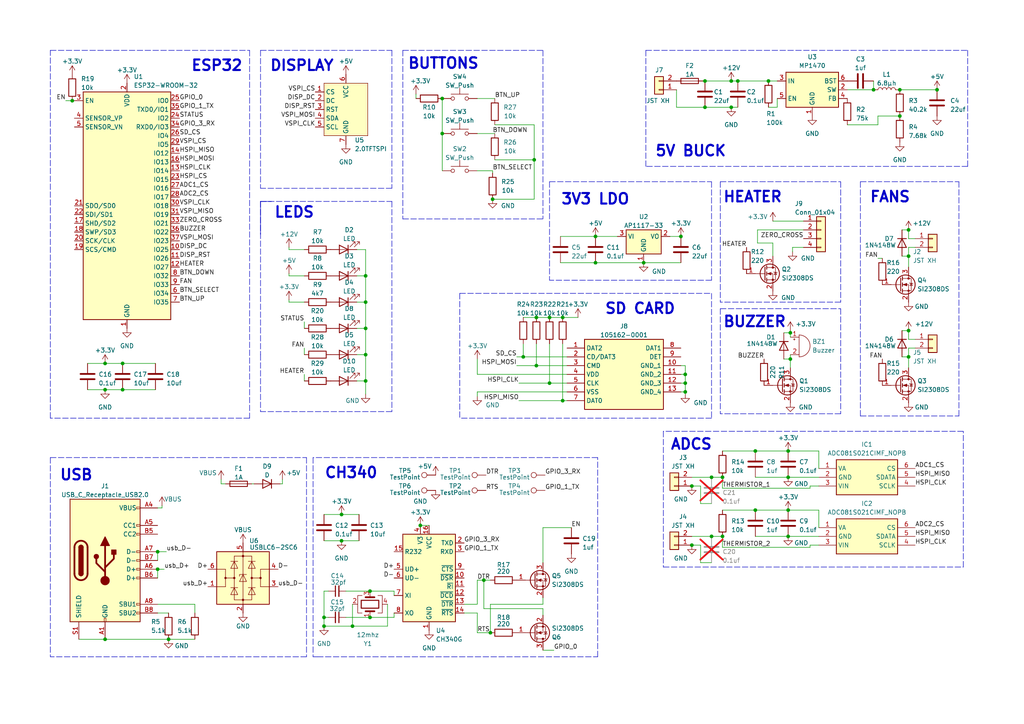
<source format=kicad_sch>
(kicad_sch (version 20230121) (generator eeschema)
  (paper "A4")
  (junction (at 154.94 46.355))
  (junction (at 140.335 168.275))
  (junction (at 200.66 158.115))
  (junction (at 48.895 185.42))
  (junction (at 106.045 110.49))
  (junction (at 106.045 80.01))
  (junction (at 198.755 108.585))
  (junction (at 228.6 130.81))
  (junction (at 212.09 23.495))
  (junction (at 99.06 149.225))
  (junction (at 212.09 31.115))
  (junction (at 204.47 23.495))
  (junction (at 99.06 156.845))
  (junction (at 106.045 87.63))
  (junction (at 209.55 155.575))
  (junction (at 107.315 179.07))
  (junction (at 209.55 138.43))
  (junction (at 107.315 171.45))
  (junction (at 186.69 76.2))
  (junction (at 228.6 155.575))
  (junction (at 204.47 31.115))
  (junction (at 93.98 179.07))
  (junction (at 45.72 160.02))
  (junction (at 198.755 111.125))
  (junction (at 263.525 103.505))
  (junction (at 45.72 165.1))
  (junction (at 142.24 183.515))
  (junction (at 206.375 138.43))
  (junction (at 260.985 33.655))
  (junction (at 155.575 92.075))
  (junction (at 271.78 26.035))
  (junction (at 155.575 106.045))
  (junction (at 106.045 95.25))
  (junction (at 263.525 66.675))
  (junction (at 229.235 96.52))
  (junction (at 159.385 92.075))
  (junction (at 200.66 140.97))
  (junction (at 228.6 138.43))
  (junction (at 229.235 104.14))
  (junction (at 30.48 185.42))
  (junction (at 219.075 147.955))
  (junction (at 197.485 68.58))
  (junction (at 35.56 105.41))
  (junction (at 260.985 26.035))
  (junction (at 30.48 113.03))
  (junction (at 121.92 152.4))
  (junction (at 222.885 23.495))
  (junction (at 263.525 95.885))
  (junction (at 151.765 103.505))
  (junction (at 198.755 113.665))
  (junction (at 93.98 181.61))
  (junction (at 106.045 102.87))
  (junction (at 159.385 111.125))
  (junction (at 228.6 147.955))
  (junction (at 163.195 116.205))
  (junction (at 263.525 74.295))
  (junction (at 102.235 181.61))
  (junction (at 172.72 76.2))
  (junction (at 35.56 113.03))
  (junction (at 206.375 155.575))
  (junction (at 213.995 23.495))
  (junction (at 163.195 92.075))
  (junction (at 142.875 57.785))
  (junction (at 128.27 38.735))
  (junction (at 20.955 29.21))
  (junction (at 172.72 68.58))
  (junction (at 253.365 26.035))
  (junction (at 219.075 130.81))
  (junction (at 128.27 28.575))
  (junction (at 30.48 105.41))
  (polyline (pts (xy 173.355 190.5) (xy 173.355 132.715)) (stroke (width 0) (type dash)))
  (wire (pts (xy 100.33 179.07) (xy 107.315 179.07)))
  (polyline (pts (xy 75.565 14.605) (xy 75.565 54.61)) (stroke (width 0) (type dash)))
  (wire (pts (xy 186.69 76.2) (xy 197.485 76.2)))
  (wire (pts (xy 93.98 171.45) (xy 95.25 171.45)))
  (wire (pts (xy 203.2 140.97) (xy 200.66 140.97)))
  (wire (pts (xy 197.485 111.125) (xy 198.755 111.125)))
  (wire (pts (xy 106.045 87.63) (xy 106.045 95.25)))
  (polyline (pts (xy 14.605 121.285) (xy 14.605 14.605)) (stroke (width 0) (type dash)))
  (wire (pts (xy 172.72 76.2) (xy 186.69 76.2)))
  (wire (pts (xy 196.215 31.115) (xy 204.47 31.115)))
  (wire (pts (xy 261.62 103.505) (xy 263.525 103.505)))
  (wire (pts (xy 83.82 72.39) (xy 83.82 71.755)))
  (wire (pts (xy 219.71 70.485) (xy 224.155 70.485)))
  (wire (pts (xy 83.82 87.63) (xy 83.82 86.995)))
  (wire (pts (xy 93.98 181.61) (xy 93.98 179.07)))
  (wire (pts (xy 93.98 156.845) (xy 99.06 156.845)))
  (wire (pts (xy 234.95 158.115) (xy 237.49 158.115)))
  (wire (pts (xy 198.755 106.045) (xy 198.755 108.585)))
  (wire (pts (xy 56.515 175.26) (xy 45.72 175.26)))
  (wire (pts (xy 138.43 177.8) (xy 138.43 183.515)))
  (wire (pts (xy 204.47 23.495) (xy 212.09 23.495)))
  (wire (pts (xy 229.87 71.755) (xy 233.045 71.755)))
  (polyline (pts (xy 113.665 58.42) (xy 113.665 102.87)) (stroke (width 0) (type dash)))
  (wire (pts (xy 46.99 146.685) (xy 46.99 147.32)))
  (wire (pts (xy 143.51 46.355) (xy 154.94 46.355)))
  (wire (pts (xy 106.045 102.87) (xy 106.045 95.25)))
  (wire (pts (xy 219.075 138.43) (xy 228.6 138.43)))
  (polyline (pts (xy 157.48 14.605) (xy 157.48 63.5)) (stroke (width 0) (type dash)))
  (wire (pts (xy 106.045 87.63) (xy 103.505 87.63)))
  (polyline (pts (xy 249.555 52.705) (xy 278.13 52.705)) (stroke (width 0) (type dash)))
  (wire (pts (xy 157.48 175.26) (xy 142.24 175.26)))
  (wire (pts (xy 155.575 106.045) (xy 164.465 106.045)))
  (wire (pts (xy 106.045 102.87) (xy 103.505 102.87)))
  (wire (pts (xy 234.95 141.605) (xy 234.95 140.97)))
  (wire (pts (xy 73.025 140.335) (xy 73.66 140.335)))
  (wire (pts (xy 263.525 98.425) (xy 265.43 98.425)))
  (wire (pts (xy 20.955 29.21) (xy 21.59 29.21)))
  (wire (pts (xy 154.94 46.355) (xy 154.94 57.785)))
  (polyline (pts (xy 75.565 58.42) (xy 113.665 58.42)) (stroke (width 0) (type dash)))
  (wire (pts (xy 88.265 72.39) (xy 83.82 72.39)))
  (polyline (pts (xy 113.665 54.61) (xy 75.565 54.61)) (stroke (width 0) (type dash)))
  (wire (pts (xy 151.765 92.075) (xy 155.575 92.075)))
  (wire (pts (xy 203.2 163.195) (xy 203.2 158.115)))
  (wire (pts (xy 172.72 68.58) (xy 179.07 68.58)))
  (polyline (pts (xy 206.375 121.285) (xy 133.35 121.285)) (stroke (width 0) (type dash)))
  (wire (pts (xy 65.405 140.335) (xy 64.135 140.335)))
  (wire (pts (xy 159.385 111.125) (xy 164.465 111.125)))
  (wire (pts (xy 149.86 106.045) (xy 155.575 106.045)))
  (wire (pts (xy 134.62 177.8) (xy 138.43 177.8)))
  (wire (pts (xy 142.875 49.53) (xy 142.875 50.165)))
  (polyline (pts (xy 88.9 132.715) (xy 88.9 190.5)) (stroke (width 0) (type dash)))
  (polyline (pts (xy 208.915 89.535) (xy 208.915 120.015)) (stroke (width 0) (type dash)))
  (wire (pts (xy 107.315 171.45) (xy 114.3 171.45)))
  (wire (pts (xy 93.98 149.225) (xy 99.06 149.225)))
  (wire (pts (xy 138.43 183.515) (xy 142.24 183.515)))
  (wire (pts (xy 22.86 185.42) (xy 30.48 185.42)))
  (wire (pts (xy 227.33 104.14) (xy 229.235 104.14)))
  (wire (pts (xy 261.62 74.295) (xy 263.525 74.295)))
  (polyline (pts (xy 75.565 58.42) (xy 75.565 102.87)) (stroke (width 0) (type dash)))
  (wire (pts (xy 203.2 146.05) (xy 203.2 140.97)))
  (wire (pts (xy 106.045 95.25) (xy 103.505 95.25)))
  (polyline (pts (xy 159.385 52.705) (xy 206.375 52.705)) (stroke (width 0) (type dash)))
  (wire (pts (xy 35.56 113.03) (xy 45.085 113.03)))
  (wire (pts (xy 228.6 155.575) (xy 237.49 155.575)))
  (wire (pts (xy 213.995 23.495) (xy 212.09 23.495)))
  (wire (pts (xy 263.525 100.965) (xy 265.43 100.965)))
  (wire (pts (xy 88.265 80.01) (xy 83.82 80.01)))
  (wire (pts (xy 263.525 71.755) (xy 265.43 71.755)))
  (wire (pts (xy 157.48 153.035) (xy 165.735 153.035)))
  (wire (pts (xy 128.27 38.735) (xy 128.27 49.53)))
  (wire (pts (xy 103.505 72.39) (xy 106.045 72.39)))
  (wire (pts (xy 263.525 77.47) (xy 263.525 74.295)))
  (wire (pts (xy 198.755 111.125) (xy 198.755 113.665)))
  (polyline (pts (xy 187.325 14.605) (xy 187.325 48.26)) (stroke (width 0) (type dash)))
  (wire (pts (xy 45.72 177.8) (xy 48.895 177.8)))
  (polyline (pts (xy 243.84 87.63) (xy 208.915 87.63)) (stroke (width 0) (type dash)))
  (wire (pts (xy 88.265 108.585) (xy 88.265 110.49)))
  (polyline (pts (xy 116.84 14.605) (xy 116.84 63.5)) (stroke (width 0) (type dash)))
  (wire (pts (xy 263.525 69.215) (xy 265.43 69.215)))
  (wire (pts (xy 206.375 163.195) (xy 203.2 163.195)))
  (polyline (pts (xy 88.9 190.5) (xy 14.605 190.5)) (stroke (width 0) (type dash)))
  (wire (pts (xy 222.885 23.495) (xy 225.425 23.495)))
  (polyline (pts (xy 243.84 89.535) (xy 243.84 120.015)) (stroke (width 0) (type dash)))
  (wire (pts (xy 237.49 147.955) (xy 237.49 153.035)))
  (wire (pts (xy 106.045 80.01) (xy 106.045 87.63)))
  (polyline (pts (xy 116.84 14.605) (xy 157.48 14.605)) (stroke (width 0) (type dash)))
  (wire (pts (xy 164.465 113.665) (xy 138.43 113.665)))
  (wire (pts (xy 263.525 103.505) (xy 263.525 100.965)))
  (wire (pts (xy 219.71 66.675) (xy 233.045 66.675)))
  (wire (pts (xy 120.65 27.305) (xy 120.65 28.575)))
  (wire (pts (xy 134.62 175.26) (xy 138.43 175.26)))
  (wire (pts (xy 224.155 64.135) (xy 233.045 64.135)))
  (wire (pts (xy 163.195 92.075) (xy 167.64 92.075)))
  (polyline (pts (xy 208.915 52.705) (xy 208.915 87.63)) (stroke (width 0) (type dash)))
  (polyline (pts (xy 279.4 164.465) (xy 279.4 125.095)) (stroke (width 0) (type dash)))
  (wire (pts (xy 157.48 173.355) (xy 157.48 175.26)))
  (wire (pts (xy 213.995 23.495) (xy 222.885 23.495)))
  (wire (pts (xy 255.905 74.93) (xy 254.635 74.93)))
  (wire (pts (xy 157.48 188.595) (xy 160.655 188.595)))
  (polyline (pts (xy 72.39 14.605) (xy 72.39 121.285)) (stroke (width 0) (type dash)))
  (polyline (pts (xy 206.375 85.09) (xy 206.375 121.285)) (stroke (width 0) (type dash)))
  (wire (pts (xy 198.755 108.585) (xy 198.755 111.125)))
  (wire (pts (xy 99.06 156.845) (xy 104.14 156.845)))
  (wire (pts (xy 138.43 175.26) (xy 138.43 168.275)))
  (wire (pts (xy 261.62 66.675) (xy 263.525 66.675)))
  (wire (pts (xy 150.495 116.205) (xy 163.195 116.205)))
  (wire (pts (xy 25.4 113.03) (xy 30.48 113.03)))
  (wire (pts (xy 229.87 73.025) (xy 229.87 71.755)))
  (wire (pts (xy 263.525 106.68) (xy 263.525 103.505)))
  (wire (pts (xy 19.05 29.21) (xy 20.955 29.21)))
  (wire (pts (xy 106.045 72.39) (xy 106.045 80.01)))
  (wire (pts (xy 229.235 96.52) (xy 229.235 95.885)))
  (polyline (pts (xy 173.355 132.715) (xy 90.805 132.715)) (stroke (width 0) (type dash)))
  (wire (pts (xy 140.335 176.53) (xy 140.335 168.275)))
  (wire (pts (xy 81.915 140.335) (xy 81.28 140.335)))
  (wire (pts (xy 162.56 76.2) (xy 172.72 76.2)))
  (wire (pts (xy 219.71 66.675) (xy 219.71 70.485)))
  (wire (pts (xy 206.375 146.05) (xy 203.2 146.05)))
  (wire (pts (xy 30.48 185.42) (xy 48.895 185.42)))
  (wire (pts (xy 203.835 23.495) (xy 204.47 23.495)))
  (wire (pts (xy 209.55 138.43) (xy 209.55 141.605)))
  (wire (pts (xy 112.395 175.26) (xy 112.395 181.61)))
  (wire (pts (xy 219.075 147.955) (xy 228.6 147.955)))
  (polyline (pts (xy 113.665 119.38) (xy 75.565 119.38)) (stroke (width 0) (type dash)))
  (wire (pts (xy 253.365 23.495) (xy 253.365 26.035)))
  (wire (pts (xy 48.26 160.02) (xy 45.72 160.02)))
  (wire (pts (xy 151.765 99.695) (xy 151.765 103.505)))
  (wire (pts (xy 88.265 93.345) (xy 88.265 95.25)))
  (polyline (pts (xy 14.605 132.715) (xy 88.9 132.715)) (stroke (width 0) (type dash)))
  (wire (pts (xy 200.66 138.43) (xy 206.375 138.43)))
  (wire (pts (xy 194.31 68.58) (xy 197.485 68.58)))
  (wire (pts (xy 197.485 106.045) (xy 198.755 106.045)))
  (polyline (pts (xy 206.375 52.705) (xy 206.375 81.28)) (stroke (width 0) (type dash)))
  (wire (pts (xy 222.885 31.115) (xy 225.425 31.115)))
  (wire (pts (xy 159.385 92.075) (xy 163.195 92.075)))
  (wire (pts (xy 155.575 99.695) (xy 155.575 106.045)))
  (wire (pts (xy 198.755 113.665) (xy 198.755 114.3)))
  (wire (pts (xy 157.48 176.53) (xy 140.335 176.53)))
  (wire (pts (xy 219.075 155.575) (xy 228.6 155.575)))
  (wire (pts (xy 35.56 105.41) (xy 45.085 105.41)))
  (wire (pts (xy 200.66 155.575) (xy 206.375 155.575)))
  (wire (pts (xy 245.745 26.035) (xy 253.365 26.035)))
  (polyline (pts (xy 113.665 102.87) (xy 113.665 119.38)) (stroke (width 0) (type dash)))
  (wire (pts (xy 124.46 152.4) (xy 121.92 152.4)))
  (wire (pts (xy 106.045 114.3) (xy 106.045 110.49)))
  (wire (pts (xy 229.235 102.87) (xy 229.235 104.14)))
  (polyline (pts (xy 249.555 52.705) (xy 249.555 120.65)) (stroke (width 0) (type dash)))
  (wire (pts (xy 219.075 130.81) (xy 228.6 130.81)))
  (wire (pts (xy 48.895 185.42) (xy 56.515 185.42)))
  (polyline (pts (xy 243.84 52.705) (xy 243.84 87.63)) (stroke (width 0) (type dash)))
  (wire (pts (xy 143.51 28.575) (xy 138.43 28.575)))
  (polyline (pts (xy 75.565 14.605) (xy 113.665 14.605)) (stroke (width 0) (type dash)))
  (wire (pts (xy 154.94 36.195) (xy 154.94 46.355)))
  (wire (pts (xy 209.55 147.955) (xy 219.075 147.955)))
  (wire (pts (xy 155.575 92.075) (xy 159.385 92.075)))
  (wire (pts (xy 102.235 181.61) (xy 93.98 181.61)))
  (wire (pts (xy 151.765 103.505) (xy 164.465 103.505)))
  (polyline (pts (xy 113.665 14.605) (xy 113.665 54.61)) (stroke (width 0) (type dash)))
  (polyline (pts (xy 14.605 132.715) (xy 14.605 190.5)) (stroke (width 0) (type dash)))
  (wire (pts (xy 159.385 99.695) (xy 159.385 111.125)))
  (polyline (pts (xy 280.67 14.605) (xy 280.67 48.26)) (stroke (width 0) (type dash)))
  (wire (pts (xy 229.235 96.52) (xy 229.235 97.79)))
  (polyline (pts (xy 208.915 52.705) (xy 243.84 52.705)) (stroke (width 0) (type dash)))
  (wire (pts (xy 149.86 103.505) (xy 151.765 103.505)))
  (wire (pts (xy 157.48 153.035) (xy 157.48 163.195)))
  (wire (pts (xy 45.72 160.02) (xy 45.72 162.56)))
  (wire (pts (xy 150.495 111.125) (xy 159.385 111.125)))
  (polyline (pts (xy 78.74 58.42) (xy 75.565 58.42)))
  (wire (pts (xy 30.48 105.41) (xy 35.56 105.41)))
  (wire (pts (xy 206.375 138.43) (xy 209.55 138.43)))
  (wire (pts (xy 138.43 168.275) (xy 140.335 168.275)))
  (wire (pts (xy 225.425 31.115) (xy 225.425 28.575)))
  (wire (pts (xy 88.265 100.965) (xy 88.265 102.87)))
  (wire (pts (xy 209.55 141.605) (xy 234.95 141.605)))
  (wire (pts (xy 103.505 80.01) (xy 106.045 80.01)))
  (wire (pts (xy 143.51 36.195) (xy 154.94 36.195)))
  (polyline (pts (xy 133.35 85.09) (xy 206.375 85.09)) (stroke (width 0) (type dash)))
  (wire (pts (xy 228.6 138.43) (xy 237.49 138.43)))
  (polyline (pts (xy 192.405 125.095) (xy 192.405 164.465)) (stroke (width 0) (type dash)))
  (wire (pts (xy 263.525 66.675) (xy 263.525 69.215)))
  (polyline (pts (xy 90.805 190.5) (xy 92.075 190.5)) (stroke (width 0) (type dash)))
  (wire (pts (xy 228.6 147.955) (xy 237.49 147.955)))
  (polyline (pts (xy 249.555 120.65) (xy 278.13 120.65)) (stroke (width 0) (type dash)))
  (wire (pts (xy 56.515 177.8) (xy 56.515 175.26)))
  (wire (pts (xy 204.47 31.115) (xy 212.09 31.115)))
  (wire (pts (xy 25.4 105.41) (xy 30.48 105.41)))
  (wire (pts (xy 47.625 165.1) (xy 45.72 165.1)))
  (wire (pts (xy 254.635 33.655) (xy 260.985 33.655)))
  (polyline (pts (xy 187.325 14.605) (xy 280.67 14.605)) (stroke (width 0) (type dash)))
  (wire (pts (xy 142.24 175.26) (xy 142.24 183.515)))
  (wire (pts (xy 100.33 171.45) (xy 107.315 171.45)))
  (wire (pts (xy 102.235 175.26) (xy 102.235 181.61)))
  (wire (pts (xy 95.25 179.07) (xy 93.98 179.07)))
  (wire (pts (xy 163.195 99.695) (xy 163.195 116.205)))
  (wire (pts (xy 83.82 80.01) (xy 83.82 79.375)))
  (wire (pts (xy 234.95 140.97) (xy 237.49 140.97)))
  (wire (pts (xy 263.525 74.295) (xy 263.525 71.755)))
  (wire (pts (xy 154.94 57.785) (xy 142.875 57.785)))
  (wire (pts (xy 234.95 158.75) (xy 234.95 158.115)))
  (wire (pts (xy 30.48 113.03) (xy 35.56 113.03)))
  (wire (pts (xy 93.98 179.07) (xy 93.98 171.45)))
  (polyline (pts (xy 243.84 120.015) (xy 208.915 120.015)) (stroke (width 0) (type dash)))
  (wire (pts (xy 209.55 155.575) (xy 209.55 158.75)))
  (polyline (pts (xy 279.4 125.095) (xy 192.405 125.095)) (stroke (width 0) (type dash)))
  (wire (pts (xy 138.43 104.14) (xy 138.43 108.585)))
  (polyline (pts (xy 92.075 190.5) (xy 173.355 190.5)) (stroke (width 0) (type dash)))
  (wire (pts (xy 206.375 155.575) (xy 209.55 155.575)))
  (wire (pts (xy 138.43 49.53) (xy 142.875 49.53)))
  (wire (pts (xy 227.33 96.52) (xy 229.235 96.52)))
  (wire (pts (xy 254.635 33.655) (xy 254.635 36.195)))
  (polyline (pts (xy 116.84 63.5) (xy 157.48 63.5)) (stroke (width 0) (type dash)))
  (polyline (pts (xy 72.39 121.285) (xy 14.605 121.285)) (stroke (width 0) (type dash)))
  (wire (pts (xy 261.62 95.885) (xy 263.525 95.885)))
  (wire (pts (xy 209.55 130.81) (xy 219.075 130.81)))
  (wire (pts (xy 197.485 108.585) (xy 198.755 108.585)))
  (wire (pts (xy 46.99 147.32) (xy 45.72 147.32)))
  (wire (pts (xy 138.43 113.665) (xy 138.43 114.935)))
  (wire (pts (xy 106.045 110.49) (xy 106.045 102.87)))
  (wire (pts (xy 138.43 38.735) (xy 143.51 38.735)))
  (wire (pts (xy 237.49 130.81) (xy 237.49 135.89)))
  (wire (pts (xy 162.56 68.58) (xy 172.72 68.58)))
  (wire (pts (xy 64.135 140.335) (xy 64.135 139.065)))
  (wire (pts (xy 157.48 178.435) (xy 157.48 176.53)))
  (wire (pts (xy 228.6 130.81) (xy 237.49 130.81)))
  (polyline (pts (xy 75.565 102.87) (xy 75.565 119.38)) (stroke (width 0) (type dash)))
  (wire (pts (xy 140.335 168.275) (xy 142.24 168.275)))
  (wire (pts (xy 163.195 116.205) (xy 164.465 116.205)))
  (polyline (pts (xy 75.565 58.42) (xy 75.565 67.945)))
  (wire (pts (xy 263.525 95.885) (xy 263.525 98.425)))
  (polyline (pts (xy 192.405 164.465) (xy 279.4 164.465)) (stroke (width 0) (type dash)))
  (wire (pts (xy 197.485 113.665) (xy 198.755 113.665)))
  (wire (pts (xy 81.915 139.065) (xy 81.915 140.335)))
  (polyline (pts (xy 278.13 120.65) (xy 278.13 52.705)) (stroke (width 0) (type dash)))
  (polyline (pts (xy 159.385 52.705) (xy 159.385 81.28)) (stroke (width 0) (type dash)))
  (wire (pts (xy 213.995 31.115) (xy 212.09 31.115)))
  (wire (pts (xy 224.155 70.485) (xy 224.155 74.295)))
  (polyline (pts (xy 14.605 14.605) (xy 72.39 14.605)) (stroke (width 0) (type dash)))
  (wire (pts (xy 128.27 38.735) (xy 128.27 28.575)))
  (wire (pts (xy 203.2 158.115) (xy 200.66 158.115)))
  (wire (pts (xy 254.635 36.195) (xy 245.745 36.195)))
  (wire (pts (xy 196.215 26.035) (xy 196.215 31.115)))
  (wire (pts (xy 229.235 104.14) (xy 229.235 106.68)))
  (polyline (pts (xy 90.805 132.715) (xy 90.805 190.5)) (stroke (width 0) (type dash)))
  (wire (pts (xy 114.3 177.8) (xy 114.3 179.07)))
  (wire (pts (xy 209.55 158.75) (xy 234.95 158.75)))
  (polyline (pts (xy 206.375 81.28) (xy 159.385 81.28)) (stroke (width 0) (type dash)))
  (polyline (pts (xy 208.915 89.535) (xy 243.84 89.535)) (stroke (width 0) (type dash)))
  (wire (pts (xy 138.43 108.585) (xy 164.465 108.585)))
  (wire (pts (xy 260.985 26.035) (xy 271.78 26.035)))
  (wire (pts (xy 114.3 179.07) (xy 107.315 179.07)))
  (wire (pts (xy 99.06 149.225) (xy 104.14 149.225)))
  (wire (pts (xy 106.045 110.49) (xy 103.505 110.49)))
  (polyline (pts (xy 133.35 85.09) (xy 133.35 121.285)) (stroke (width 0) (type dash)))
  (wire (pts (xy 45.72 165.1) (xy 45.72 167.64)))
  (wire (pts (xy 114.3 172.72) (xy 114.3 171.45)))
  (polyline (pts (xy 280.67 48.26) (xy 187.325 48.26)) (stroke (width 0) (type dash)))
  (wire (pts (xy 112.395 181.61) (xy 102.235 181.61)))
  (wire (pts (xy 88.265 87.63) (xy 83.82 87.63)))
  (text "ESP32" (at 55.245 20.955 0) (effects (font (size 3.048 3.048) (thickness 0.6096) bold) (justify left bottom)))
  (text "HEATER" (at 209.55 59.055 0) (effects (font (size 3.048 3.048) (thickness 0.6096) bold) (justify left bottom)))
  (text "5V BUCK" (at 189.865 45.72 0) (effects (font (size 3.048 3.048) (thickness 0.6096) bold) (justify left bottom)))
  (text "FANS\n" (at 252.095 59.055 0) (effects (font (size 3.048 3.048) (thickness 0.6096) bold) (justify left bottom)))
  (text "BUTTONS\n" (at 118.11 20.32 0) (effects (font (size 3.048 3.048) (thickness 0.6096) bold) (justify left bottom)))
  (text "BUZZER" (at 209.55 95.25 0) (effects (font (size 3.048 3.048) (thickness 0.6096) bold) (justify left bottom)))
  (text "CH340" (at 93.98 139.065 0) (effects (font (size 3.048 3.048) (thickness 0.6096) bold) (justify left bottom)))
  (text "SD CARD" (at 175.26 91.44 0) (effects (font (size 3.048 3.048) (thickness 0.6096) bold) (justify left bottom)))
  (text "DISPLAY" (at 78.105 20.955 0) (effects (font (size 3.048 3.048) (thickness 0.6096) bold) (justify left bottom)))
  (text "ADCS" (at 194.31 130.81 0) (effects (font (size 3.048 3.048) (thickness 0.6096) bold) (justify left bottom)))
  (text "LEDS" (at 79.375 63.5 0) (effects (font (size 3.048 3.048) (thickness 0.6096) bold) (justify left bottom)))
  (text "3V3 LDO" (at 162.56 59.69 0) (effects (font (size 3.048 3.048) (thickness 0.6096) bold) (justify left bottom)))
  (text "USB" (at 17.145 139.7 0) (effects (font (size 3.048 3.048) (thickness 0.6096) bold) (justify left bottom)))
  (label "STATUS" (at 52.07 34.29 0))
  (label "DTR" (at 140.97 137.795 0))
  (label "HSPI_MISO" (at 265.43 138.43 0))
  (label "ZERO_CROSS" (at 52.07 64.77 0))
  (label "ADC2_CS" (at 265.43 153.035 0))
  (label "GPIO_0" (at 52.07 29.21 0))
  (label "BTN_UP" (at 143.51 28.575 0))
  (label "HSPI_MOSI" (at 149.86 106.045 180))
  (label "HSPI_CLK" (at 265.43 158.115 0))
  (label "HSPI_MISO" (at 265.43 155.575 0))
  (label "GPIO_1_TX" (at 158.115 142.24 0))
  (label "usb_D-" (at 80.645 170.18 0))
  (label "HEATER" (at 216.535 71.755 180))
  (label "D+" (at 60.325 165.1 180))
  (label "SD_CS" (at 149.86 103.505 180))
  (label "GPIO_3_RX" (at 52.07 36.83 0))
  (label "EN" (at 165.735 153.035 0))
  (label "RTS" (at 138.43 183.515 0))
  (label "RTS" (at 140.97 142.24 0))
  (label "BTN_SELECT" (at 142.875 49.53 0))
  (label "HSPI_CLK" (at 265.43 140.97 0))
  (label "BTN_SELECT" (at 52.07 85.09 0))
  (label "D-" (at 80.645 165.1 0))
  (label "FAN" (at 52.07 82.55 0))
  (label "HSPI_CS" (at 52.07 52.07 0))
  (label "HSPI_MISO" (at 52.07 44.45 0))
  (label "VSPI_MOSI" (at 91.44 34.29 180))
  (label "DISP_DC" (at 91.44 29.21 180))
  (label "GPIO_1_TX" (at 134.62 160.02 0))
  (label "ADC1_CS" (at 52.07 54.61 0))
  (label "FAN" (at 255.905 104.14 180))
  (label "HSPI_CLK" (at 150.495 111.125 180))
  (label "usb_D-" (at 48.26 160.02 0))
  (label "BUZZER" (at 52.07 67.31 0))
  (label "HEATER" (at 52.07 77.47 0))
  (label "DTR" (at 138.43 168.275 0))
  (label "DISP_RST" (at 91.44 31.75 180))
  (label "GPIO_1_TX" (at 52.07 31.75 0))
  (label "VSPI_CS" (at 52.07 41.91 0))
  (label "D+" (at 114.3 165.1 180))
  (label "ZERO_CROSS" (at 233.045 69.215 180))
  (label "EN" (at 19.05 29.21 180))
  (label "FAN" (at 88.265 100.965 180))
  (label "VSPI_CS" (at 91.44 26.67 180))
  (label "HSPI_MOSI" (at 52.07 46.99 0))
  (label "HSPI_MISO" (at 150.495 116.205 180))
  (label "BTN_UP" (at 52.07 87.63 0))
  (label "SD_CS" (at 52.07 39.37 0))
  (label "DISP_DC" (at 52.07 72.39 0))
  (label "FAN" (at 254.635 74.93 180))
  (label "VSPI_CLK" (at 52.07 59.69 0))
  (label "ADC1_CS" (at 265.43 135.89 0))
  (label "usb_D+" (at 47.625 165.1 0))
  (label "VSPI_MOSI" (at 52.07 69.85 0))
  (label "THERMISTOR_1" (at 209.55 141.605 0))
  (label "VSPI_MISO" (at 52.07 62.23 0))
  (label "DISP_RST" (at 52.07 74.93 0))
  (label "usb_D+" (at 60.325 170.18 180))
  (label "ADC2_CS" (at 52.07 57.15 0))
  (label "BUZZER" (at 221.615 104.14 180))
  (label "HSPI_CLK" (at 52.07 49.53 0))
  (label "HEATER" (at 88.265 108.585 180))
  (label "BTN_DOWN" (at 142.875 38.735 0))
  (label "BTN_DOWN" (at 52.07 80.01 0))
  (label "VSPI_CLK" (at 91.44 36.83 180))
  (label "GPIO_3_RX" (at 134.62 157.48 0))
  (label "STATUS" (at 88.265 93.345 180))
  (label "GPIO_0" (at 160.655 188.595 0))
  (label "THERMISTOR_2" (at 209.55 158.75 0))
  (label "GPIO_3_RX" (at 158.115 137.795 0))
  (label "D-" (at 114.3 167.64 180))
  (symbol (lib_id "power:GND") (at 212.09 31.115 0) (unit 1)
    (property "Reference" "#PWR02" (effects hide))
    (property "Value" "GND" (at 212.09 36.195 0))
  )
  (symbol (lib_id "Device:R") (at 92.075 95.25 90) (unit 1)
    (property "Reference" "R20" (at 92.075 90.17 90))
    (property "Value" "10k" (at 92.075 92.71 90))
    (property "Footprint" "Resistor_SMD:R_0805_2012Metric_Pad1.20x1.40mm_HandSolder" (effects hide))
  )
  (symbol (lib_id "Device:R") (at 221.615 107.95 0) (unit 1)
    (property "Reference" "R11" (at 226.695 107.95 90))
    (property "Value" "220" (at 224.155 107.95 90))
    (property "Footprint" "Resistor_SMD:R_0805_2012Metric_Pad1.20x1.40mm_HandSolder" (effects hide))
  )
  (symbol (lib_id "Connector_Generic:Conn_01x02") (at 195.58 158.115 180) (unit 1)
    (property "Reference" "J4" (at 198.12 149.86 0))
    (property "Value" "JST XH" (at 198.12 152.4 0))
    (property "Footprint" "Connector_JST:JST_XH_B2B-XH-A_1x02_P2.50mm_Vertical" (effects hide))
  )
  (symbol (lib_id "power:GND") (at 165.735 160.655 0) (unit 1)
    (property "Reference" "#PWR049" (effects hide))
    (property "Value" "GND" (at 165.735 165.735 0))
  )
  (symbol (lib_id "power:GND") (at 224.155 84.455 0) (unit 1)
    (property "Reference" "#PWR048" (effects hide))
    (property "Value" "GND" (at 228.6 86.36 0))
  )
  (symbol (lib_id "Device:R") (at 146.05 168.275 90) (unit 1)
    (property "Reference" "R17" (at 146.05 163.83 90))
    (property "Value" "220" (at 146.05 165.735 90))
    (property "Footprint" "Resistor_SMD:R_0805_2012Metric_Pad1.20x1.40mm_HandSolder" (effects hide))
  )
  (symbol (lib_id "power:+5V") (at 83.82 79.375 0) (unit 1)
    (property "Reference" "#PWR028" (effects hide))
    (property "Value" "+5V" (at 83.82 75.565 0))
  )
  (symbol (lib_id "power:GND") (at 70.485 177.8 0) (unit 1)
    (property "Reference" "#PWR024" (effects hide))
    (property "Value" "GND" (at 70.485 181.61 0))
  )
  (symbol (lib_id "Device:R") (at 209.55 134.62 180) (unit 1)
    (property "Reference" "R14" (at 212.09 133.985 0) (effects (justify right)))
    (property "Value" "10k" (at 212.09 136.525 0) (effects (justify right)))
    (property "Footprint" "Resistor_SMD:R_0805_2012Metric_Pad1.20x1.40mm_HandSolder" (effects hide))
  )
  (symbol (lib_id "Connector_Generic:Conn_01x02") (at 270.51 69.215 0) (unit 1)
    (property "Reference" "J2" (at 264.795 73.025 0) (effects (justify left)))
    (property "Value" "JST XH" (at 264.795 75.565 0) (effects (justify left)))
    (property "Footprint" "Connector_JST:JST_XH_B2B-XH-A_1x02_P2.50mm_Vertical" (effects hide))
  )
  (symbol (lib_id "Device:C") (at 45.085 109.22 0) (unit 1)
    (property "Reference" "C18" (at 48.26 108.585 0) (effects (justify left)))
    (property "Value" "10uf" (at 48.26 111.125 0) (effects (justify left)))
    (property "Footprint" "Capacitor_SMD:C_0805_2012Metric_Pad1.18x1.45mm_HandSolder" (effects hide))
  )
  (symbol (lib_id "Device:C") (at 228.6 134.62 0) (unit 1)
    (property "Reference" "C7" (at 231.775 133.985 0) (effects (justify left)))
    (property "Value" "0.1uf" (at 231.775 136.525 0) (effects (justify left)))
    (property "Footprint" "Capacitor_SMD:C_0805_2012Metric_Pad1.18x1.45mm_HandSolder" (effects hide))
  )
  (symbol (lib_id "Switch:SW_Push") (at 133.35 49.53 0) (unit 1)
    (property "Reference" "SW2" (at 133.35 43.18 0))
    (property "Value" "SW_Push" (at 133.35 45.72 0))
    (property "Footprint" "Button_Switch_SMD:SW_SPST_TL3342" (effects hide))
  )
  (symbol (lib_id "Device:C_Small") (at 97.79 171.45 90) (mirror x) (unit 1)
    (property "Reference" "C14" (at 95.885 167.005 90) (effects (justify right)))
    (property "Value" "32pf" (at 95.885 168.91 90) (effects (justify right)))
    (property "Footprint" "Capacitor_SMD:C_0603_1608Metric_Pad1.08x0.95mm_HandSolder" (effects hide))
  )
  (symbol (lib_id "Device:C") (at 104.14 153.035 0) (unit 1)
    (property "Reference" "C13" (at 107.315 152.4 0) (effects (justify left)))
    (property "Value" "10uf" (at 107.315 154.94 0) (effects (justify left)))
    (property "Footprint" "Capacitor_SMD:C_0805_2012Metric_Pad1.18x1.45mm_HandSolder" (effects hide))
  )
  (symbol (lib_id "Device:Q_NMOS_GSD") (at 154.94 183.515 0) (mirror x) (unit 1)
    (property "Reference" "Q6" (at 160.02 184.785 0) (effects (justify left)))
    (property "Value" "SI2308DS" (at 160.02 182.245 0) (effects (justify left)))
    (property "Footprint" "Package_TO_SOT_SMD:SOT-23" (effects hide))
  )
  (symbol (lib_id "power:+3.3V") (at 224.155 64.135 0) (unit 1)
    (property "Reference" "#PWR047" (effects hide))
    (property "Value" "+3.3V" (at 219.71 62.865 0))
  )
  (symbol (lib_id "Connector:TestPoint") (at 140.97 137.795 90) (unit 1)
    (property "Reference" "TP1" (at 132.08 136.525 90))
    (property "Value" "TestPoint" (at 132.08 138.43 90))
    (property "Footprint" "TestPoint:TestPoint_Pad_2.0x2.0mm" (effects hide))
  )
  (symbol (lib_id "Device:Crystal_GND24") (at 107.315 175.26 90) (unit 1)
    (property "Reference" "Y1" (at 106.68 186.69 90))
    (property "Value" "12mhz" (at 106.68 184.15 90))
    (property "Footprint" "Crystal:Crystal_SMD_3225-4Pin_3.2x2.5mm" (effects hide))
  )
  (symbol (lib_id "Device:R") (at 151.765 95.885 180) (unit 1)
    (property "Reference" "R24" (at 149.86 88.265 0) (effects (justify right)))
    (property "Value" "10k" (at 149.86 90.805 0) (effects (justify right)))
    (property "Footprint" "Resistor_SMD:R_0805_2012Metric_Pad1.20x1.40mm_HandSolder" (effects hide))
  )
  (symbol (lib_id "power:GND") (at 106.045 114.3 0) (unit 1)
    (property "Reference" "#PWR043" (effects hide))
    (property "Value" "GND" (at 102.235 116.205 0))
  )
  (symbol (lib_id "Device:Fuse") (at 200.025 23.495 90) (unit 1)
    (property "Reference" "F2" (at 200.025 19.05 90))
    (property "Value" "1A" (at 200.025 21.59 90))
    (property "Footprint" "Fuse:Fuse_1206_3216Metric" (effects hide))
  )
  (symbol (lib_id "Device:R") (at 222.885 27.305 0) (unit 1)
    (property "Reference" "R1" (at 222.25 33.02 0) (effects (justify left)))
    (property "Value" "100k" (at 222.25 35.56 0) (effects (justify left)))
    (property "Footprint" "Resistor_SMD:R_0805_2012Metric_Pad1.20x1.40mm_HandSolder" (effects hide))
  )
  (symbol (lib_id "power:GND") (at 200.66 158.115 0) (unit 1)
    (property "Reference" "#PWR034" (effects hide))
    (property "Value" "GND" (at 197.485 161.925 0))
  )
  (symbol (lib_id "Device:R") (at 143.51 32.385 180) (unit 1)
    (property "Reference" "R27" (at 147.955 31.115 0))
    (property "Value" "10k" (at 147.955 33.655 0))
    (property "Footprint" "Resistor_SMD:R_0805_2012Metric_Pad1.20x1.40mm_HandSolder" (effects hide))
  )
  (symbol (lib_id "Connector:TestPoint") (at 126.365 142.24 90) (unit 1)
    (property "Reference" "TP6" (at 117.475 140.97 90))
    (property "Value" "TestPoint" (at 117.475 142.875 90))
    (property "Footprint" "TestPoint:TestPoint_Pad_2.0x2.0mm" (effects hide))
  )
  (symbol (lib_id "power:GND") (at 271.78 33.655 0) (unit 1)
    (property "Reference" "#PWR04" (effects hide))
    (property "Value" "GND" (at 271.78 38.735 0))
  )
  (symbol (lib_id "Device:C") (at 271.78 29.845 0) (unit 1)
    (property "Reference" "C4" (at 275.59 29.21 0) (effects (justify left)))
    (property "Value" "22uf" (at 275.59 31.75 0) (effects (justify left)))
    (property "Footprint" "Capacitor_SMD:C_1206_3216Metric_Pad1.33x1.80mm_HandSolder" (effects hide))
  )
  (symbol (lib_id "Device:C") (at 165.735 156.845 180) (unit 1)
    (property "Reference" "C19" (at 168.91 156.21 0) (effects (justify right)))
    (property "Value" "1uf" (at 168.91 158.75 0) (effects (justify right)))
    (property "Footprint" "Capacitor_SMD:C_0805_2012Metric_Pad1.18x1.45mm_HandSolder" (effects hide))
  )
  (symbol (lib_id "Device:Fuse") (at 69.215 140.335 90) (unit 1)
    (property "Reference" "F1" (at 69.215 135.89 90))
    (property "Value" "1A" (at 69.215 138.43 90))
    (property "Footprint" "Fuse:Fuse_1206_3216Metric" (effects hide))
  )
  (symbol (lib_id "Device:LED") (at 99.695 80.01 180) (unit 1)
    (property "Reference" "D3" (at 101.2825 74.295 0))
    (property "Value" "LED" (at 101.2825 76.835 0))
    (property "Footprint" "LED_SMD:LED_0805_2012Metric_Pad1.15x1.40mm_HandSolder" (effects hide))
  )
  (symbol (lib_id "Device:Q_NMOS_GSD") (at 260.985 82.55 0) (unit 1)
    (property "Reference" "Q4" (at 266.065 81.28 0) (effects (justify left)))
    (property "Value" "SI2308DS" (at 266.065 83.82 0) (effects (justify left)))
    (property "Footprint" "Package_TO_SOT_SMD:SOT-23" (effects hide))
  )
  (symbol (lib_id "Device:R") (at 163.195 95.885 180) (unit 1)
    (property "Reference" "R21" (at 161.29 88.265 0) (effects (justify right)))
    (property "Value" "10k" (at 161.29 90.805 0) (effects (justify right)))
    (property "Footprint" "Resistor_SMD:R_0805_2012Metric_Pad1.20x1.40mm_HandSolder" (effects hide))
  )
  (symbol (lib_id "Connector_Generic:Conn_01x02") (at 195.58 140.97 180) (unit 1)
    (property "Reference" "J3" (at 198.12 132.715 0))
    (property "Value" "JST XH" (at 198.12 135.255 0))
    (property "Footprint" "Connector_JST:JST_XH_B2B-XH-A_1x02_P2.50mm_Vertical" (effects hide))
  )
  (symbol (lib_id "Device:R") (at 143.51 42.545 180) (unit 1)
    (property "Reference" "R26" (at 147.955 41.275 0))
    (property "Value" "10k" (at 147.955 43.815 0))
    (property "Footprint" "Resistor_SMD:R_0805_2012Metric_Pad1.20x1.40mm_HandSolder" (effects hide))
  )
  (symbol (lib_id "Power_Protection:USBLC6-2SC6") (at 70.485 167.64 0) (unit 1)
    (property "Reference" "U6" (at 73.66 156.845 0))
    (property "Value" "USBLC6-2SC6" (at 79.375 158.75 0))
    (property "Footprint" "Package_TO_SOT_SMD:SOT-23-6" (effects hide))
    (property "Datasheet" "https://www.st.com/resource/en/datasheet/usblc6-2.pdf" (effects hide))
  )
  (symbol (lib_id "RF_Module:ESP32-WROOM-32") (at 36.83 59.69 0) (unit 1)
    (property "Reference" "U1" (at 38.7859 22.225 0) (effects (justify left)))
    (property "Value" "ESP32-WROOM-32" (at 38.7859 24.765 0) (effects (justify left)))
    (property "Footprint" "RF_Module:ESP32-WROOM-32" (effects hide))
    (property "Datasheet" "https://www.espressif.com/sites/default/files/documentation/esp32-wroom-32_datasheet_en.pdf" (effects hide))
  )
  (symbol (lib_id "power:+3.3V") (at 228.6 147.955 0) (unit 1)
    (property "Reference" "#PWR033" (effects hide))
    (property "Value" "+3.3V" (at 228.6 144.145 0))
  )
  (symbol (lib_id "power:GND") (at 48.895 185.42 0) (unit 1)
    (property "Reference" "#PWR010" (effects hide))
    (property "Value" "GND" (at 52.705 187.325 0))
  )
  (symbol (lib_id "Device:R") (at 92.075 110.49 90) (unit 1)
    (property "Reference" "R29" (at 92.075 105.41 90))
    (property "Value" "10k" (at 92.075 107.95 90))
    (property "Footprint" "Resistor_SMD:R_0805_2012Metric_Pad1.20x1.40mm_HandSolder" (effects hide))
  )
  (symbol (lib_id "Device:C") (at 219.075 151.765 0) (unit 1)
    (property "Reference" "C10" (at 222.25 151.13 0) (effects (justify left)))
    (property "Value" "1uf" (at 222.25 153.67 0) (effects (justify left)))
    (property "Footprint" "Capacitor_SMD:C_0805_2012Metric_Pad1.18x1.45mm_HandSolder" (effects hide))
  )
  (symbol (lib_id "Device:LED") (at 99.695 102.87 180) (unit 1)
    (property "Reference" "D5" (at 101.2825 97.155 0))
    (property "Value" "LED" (at 101.2825 99.695 0))
    (property "Footprint" "LED_SMD:LED_0805_2012Metric_Pad1.15x1.40mm_HandSolder" (effects hide))
  )
  (symbol (lib_id "power:GND") (at 228.6 138.43 0) (unit 1)
    (property "Reference" "#PWR042" (effects hide))
    (property "Value" "GND" (at 232.41 140.335 0))
  )
  (symbol (lib_id "power:GND") (at 142.875 57.785 0) (unit 1)
    (property "Reference" "#PWR057" (effects hide))
    (property "Value" "GND" (at 147.32 59.69 0))
  )
  (symbol (lib_id "power:GND") (at 30.48 113.03 0) (unit 1)
    (property "Reference" "#PWR046" (effects hide))
    (property "Value" "GND" (at 30.48 118.11 0))
  )
  (symbol (lib_id "Device:R") (at 155.575 95.885 180) (unit 1)
    (property "Reference" "R23" (at 153.67 88.265 0) (effects (justify right)))
    (property "Value" "10k" (at 153.67 90.805 0) (effects (justify right)))
    (property "Footprint" "Resistor_SMD:R_0805_2012Metric_Pad1.20x1.40mm_HandSolder" (effects hide))
  )
  (symbol (lib_id "power:+3.3V") (at 36.83 24.13 0) (unit 1)
    (property "Reference" "#PWR021" (effects hide))
    (property "Value" "+3.3V" (at 36.83 20.32 0))
  )
  (symbol (lib_id "Regulator_Linear:AP1117-33") (at 186.69 68.58 0) (unit 1)
    (property "Reference" "U2" (at 186.69 62.865 0))
    (property "Value" "AP1117-33" (at 186.69 65.405 0))
    (property "Footprint" "Package_TO_SOT_SMD:SOT-223-3_TabPin2" (effects hide))
    (property "Datasheet" "http://www.diodes.com/datasheets/AP1117.pdf" (effects hide))
  )
  (symbol (lib_id "Device:C") (at 35.56 109.22 0) (unit 1)
    (property "Reference" "C17" (at 38.735 108.585 0) (effects (justify left)))
    (property "Value" "10uf" (at 38.735 111.125 0) (effects (justify left)))
    (property "Footprint" "Capacitor_SMD:C_0805_2012Metric_Pad1.18x1.45mm_HandSolder" (effects hide))
  )
  (symbol (lib_id "Connector_Generic:Conn_01x02") (at 270.51 98.425 0) (unit 1)
    (property "Reference" "J5" (at 264.795 102.235 0) (effects (justify left)))
    (property "Value" "JST XH" (at 264.795 104.775 0) (effects (justify left)))
    (property "Footprint" "Connector_JST:JST_XH_B2B-XH-A_1x02_P2.50mm_Vertical" (effects hide))
  )
  (symbol (lib_id "Device:R") (at 146.05 183.515 90) (unit 1)
    (property "Reference" "R18" (at 146.05 179.07 90))
    (property "Value" "220" (at 146.05 180.975 90))
    (property "Footprint" "Resistor_SMD:R_0805_2012Metric_Pad1.20x1.40mm_HandSolder" (effects hide))
  )
  (symbol (lib_id "Device:R") (at 56.515 181.61 180) (unit 1)
    (property "Reference" "R6" (at 51.435 180.34 0) (effects (justify right)))
    (property "Value" "5.1k" (at 51.435 182.88 0) (effects (justify right)))
    (property "Footprint" "Resistor_SMD:R_0805_2012Metric_Pad1.20x1.40mm_HandSolder" (effects hide))
  )
  (symbol (lib_id "power:GND") (at 263.525 87.63 0) (unit 1)
    (property "Reference" "#PWR040" (effects hide))
    (property "Value" "GND" (at 267.335 88.9 0))
  )
  (symbol (lib_id "Device:LED") (at 99.695 95.25 180) (unit 1)
    (property "Reference" "D8" (at 101.2825 89.535 0))
    (property "Value" "LED" (at 101.2825 92.075 0))
    (property "Footprint" "LED_SMD:LED_0805_2012Metric_Pad1.15x1.40mm_HandSolder" (effects hide))
  )
  (symbol (lib_id "Diode:1N4148W") (at 261.62 70.485 270) (unit 1)
    (property "Reference" "D7" (at 256.54 69.215 90) (effects (justify left)))
    (property "Value" "1N4148W" (at 250.825 71.12 90) (effects (justify left)))
    (property "Footprint" "Diode_SMD:D_SOD-128" (effects hide))
    (property "Datasheet" "https://www.vishay.com/docs/85748/1n4148w.pdf" (effects hide))
  )
  (symbol (lib_id "power:+3.3V") (at 197.485 68.58 0) (unit 1)
    (property "Reference" "#PWR08" (effects hide))
    (property "Value" "+3.3V" (at 197.485 64.77 0))
  )
  (symbol (lib_id "power:VBUS") (at 70.485 157.48 0) (unit 1)
    (property "Reference" "#PWR023" (effects hide))
    (property "Value" "VBUS" (at 70.485 153.67 0))
  )
  (symbol (lib_id "Diode:1N4148W") (at 261.62 99.695 270) (unit 1)
    (property "Reference" "D6" (at 256.54 98.425 90) (effects (justify left)))
    (property "Value" "1N4148W" (at 250.825 100.33 90) (effects (justify left)))
    (property "Footprint" "Diode_SMD:D_SOD-128" (effects hide))
    (property "Datasheet" "https://www.vishay.com/docs/85748/1n4148w.pdf" (effects hide))
  )
  (symbol (lib_id "power:+3.3V") (at 121.92 152.4 0) (unit 1)
    (property "Reference" "#PWR016" (effects hide))
    (property "Value" "+3.3V" (at 121.92 148.59 0))
  )
  (symbol (lib_id "power:+5V") (at 81.915 139.065 0) (unit 1)
    (property "Reference" "#PWR026" (effects hide))
    (property "Value" "+5V" (at 85.09 137.16 0))
  )
  (symbol (lib_id "Device:Q_NMOS_GSD") (at 260.985 111.76 0) (unit 1)
    (property "Reference" "Q3" (at 266.065 110.49 0) (effects (justify left)))
    (property "Value" "SI2308DS" (at 266.065 113.03 0) (effects (justify left)))
    (property "Footprint" "Package_TO_SOT_SMD:SOT-23" (effects hide))
  )
  (symbol (lib_id "Regulator_Switching:MP1470") (at 235.585 26.035 0) (unit 1)
    (property "Reference" "U3" (at 235.585 16.51 0))
    (property "Value" "MP1470" (at 235.585 19.05 0))
    (property "Footprint" "Package_TO_SOT_SMD:TSOT-23-6" (effects hide))
    (property "Datasheet" "https://www.monolithicpower.com/pub/media/document/MP1470_r1.02.pdf" (effects hide))
  )
  (symbol (lib_id "power:+5V") (at 172.72 68.58 0) (unit 1)
    (property "Reference" "#PWR07" (effects hide))
    (property "Value" "+5V" (at 172.72 64.77 0))
  )
  (symbol (lib_id "Device:C") (at 204.47 27.305 0) (unit 1)
    (property "Reference" "C1" (at 207.01 26.67 0) (effects (justify left)))
    (property "Value" "22uf" (at 207.01 29.21 0) (effects (justify left)))
    (property "Footprint" "Capacitor_SMD:C_1206_3216Metric_Pad1.33x1.80mm_HandSolder" (effects hide))
  )
  (symbol (lib_id "power:GND") (at 99.06 156.845 0) (unit 1)
    (property "Reference" "#PWR017" (effects hide))
    (property "Value" "GND" (at 99.06 161.925 0))
  )
  (symbol (lib_id "Device:C") (at 162.56 72.39 0) (unit 1)
    (property "Reference" "C5" (at 165.735 71.755 0) (effects (justify left)))
    (property "Value" "22uf" (at 165.735 74.295 0) (effects (justify left)))
    (property "Footprint" "Capacitor_SMD:C_1206_3216Metric_Pad1.33x1.80mm_HandSolder" (effects hide))
  )
  (symbol (lib_id "power:+3.3V") (at 20.955 21.59 0) (unit 1)
    (property "Reference" "#PWR050" (effects hide))
    (property "Value" "+3.3V" (at 20.955 17.78 0))
  )
  (symbol (lib_id "power:GND") (at 200.66 140.97 0) (unit 1)
    (property "Reference" "#PWR035" (effects hide))
    (property "Value" "GND" (at 197.485 144.78 0))
  )
  (symbol (lib_id "Device:R") (at 124.46 28.575 90) (unit 1)
    (property "Reference" "R10" (at 124.46 31.115 90))
    (property "Value" "10k" (at 124.46 33.655 90))
    (property "Footprint" "Resistor_SMD:R_0805_2012Metric_Pad1.20x1.40mm_HandSolder" (effects hide))
  )
  (symbol (lib_id "Interface_USB:CH340G") (at 124.46 167.64 0) (unit 1)
    (property "Reference" "U4" (at 126.4159 182.88 0) (effects (justify left)))
    (property "Value" "CH340G" (at 126.4159 185.42 0) (effects (justify left)))
    (property "Footprint" "Package_SO:SOIC-16_3.9x9.9mm_P1.27mm" (effects hide))
    (property "Datasheet" "http://www.datasheet5.com/pdf-local-2195953" (effects hide))
  )
  (symbol (lib_id "Device:C") (at 206.375 159.385 0) (unit 1) (dnp yes)
    (property "Reference" "C20" (at 209.55 160.02 0) (effects (justify left)))
    (property "Value" "0.1uf" (at 209.55 162.56 0) (effects (justify left)))
    (property "Footprint" "Capacitor_SMD:C_0805_2012Metric_Pad1.18x1.45mm_HandSolder" (effects hide))
  )
  (symbol (lib_id "Device:R") (at 92.075 72.39 90) (unit 1)
    (property "Reference" "R7" (at 92.075 67.31 90))
    (property "Value" "10k" (at 92.075 69.85 90))
    (property "Footprint" "Resistor_SMD:R_0805_2012Metric_Pad1.20x1.40mm_HandSolder" (effects hide))
  )
  (symbol (lib_id "Device:LED") (at 99.695 72.39 180) (unit 1)
    (property "Reference" "D2" (at 101.2825 66.675 0))
    (property "Value" "LED" (at 101.2825 69.215 0))
    (property "Footprint" "LED_SMD:LED_0805_2012Metric_Pad1.15x1.40mm_HandSolder" (effects hide))
  )
  (symbol (lib_id "Connector:USB_C_Receptacle_USB2.0") (at 30.48 162.56 0) (unit 1)
    (property "Reference" "J1" (at 30.48 140.97 0))
    (property "Value" "USB_C_Receptacle_USB2.0" (at 30.48 143.51 0))
    (property "Footprint" "Connector_USB:USB_C_Receptacle_HRO_TYPE-C-31-M-12" (effects hide))
    (property "Datasheet" "https://www.usb.org/sites/default/files/documents/usb_type-c.zip" (effects hide))
  )
  (symbol (lib_id "Device:C") (at 197.485 72.39 0) (unit 1)
    (property "Reference" "C6" (at 200.66 71.755 0) (effects (justify left)))
    (property "Value" "22uf" (at 200.66 74.295 0) (effects (justify left)))
    (property "Footprint" "Capacitor_SMD:C_1206_3216Metric_Pad1.33x1.80mm_HandSolder" (effects hide))
  )
  (symbol (lib_id "power:+3.3V") (at 30.48 105.41 0) (unit 1)
    (property "Reference" "#PWR045" (effects hide))
    (property "Value" "+3.3V" (at 30.48 101.6 0))
  )
  (symbol (lib_id "power:+3.3V") (at 99.06 149.225 0) (unit 1)
    (property "Reference" "#PWR015" (effects hide))
    (property "Value" "+3.3V" (at 99.06 145.415 0))
  )
  (symbol (lib_id "power:GND") (at 124.46 182.88 0) (unit 1)
    (property "Reference" "#PWR014" (effects hide))
    (property "Value" "GND" (at 124.46 187.96 0))
  )
  (symbol (lib_id "Connector:TestPoint") (at 158.115 142.24 90) (unit 1)
    (property "Reference" "TP4" (at 149.225 140.97 90))
    (property "Value" "TestPoint" (at 149.225 142.875 90))
    (property "Footprint" "TestPoint:TestPoint_Pad_2.0x2.0mm" (effects hide))
  )
  (symbol (lib_id "power:GND") (at 235.585 33.655 0) (unit 1)
    (property "Reference" "#PWR03" (effects hide))
    (property "Value" "GND" (at 235.585 38.735 0))
  )
  (symbol (lib_id "Device:Q_NMOS_GSD") (at 221.615 79.375 0) (unit 1)
    (property "Reference" "Q2" (at 226.695 78.105 0) (effects (justify left)))
    (property "Value" "SI2308DS" (at 226.695 80.645 0) (effects (justify left)))
    (property "Footprint" "Package_TO_SOT_SMD:SOT-23" (effects hide))
  )
  (symbol (lib_id "Device:R") (at 159.385 95.885 180) (unit 1)
    (property "Reference" "R22" (at 157.48 88.265 0) (effects (justify right)))
    (property "Value" "10k" (at 157.48 90.805 0) (effects (justify right)))
    (property "Footprint" "Resistor_SMD:R_0805_2012Metric_Pad1.20x1.40mm_HandSolder" (effects hide))
  )
  (symbol (lib_id "power:+5V") (at 271.78 26.035 0) (unit 1)
    (property "Reference" "#PWR06" (effects hide))
    (property "Value" "+5V" (at 271.78 22.225 0))
  )
  (symbol (lib_id "SamacSys_Parts:ADC081S021CIMF_NOPB") (at 237.49 135.89 0) (unit 1)
    (property "Reference" "IC1" (at 251.46 128.905 0))
    (property "Value" "ADC081S021CIMF_NOPB" (at 251.46 131.445 0))
    (property "Footprint" "SamacSys_Parts:SOT95P280X145-6N" (effects hide))
    (property "Datasheet" "http://www.ti.com/lit/gpn/adc081s021" (effects hide))
    (property "Height" "1.45" (effects hide))
    (property "Mouser Part Number" "926-AD081S021CIMFNPB" (effects hide))
    (property "Mouser Price/Stock" "https://www.mouser.co.uk/ProductDetail/Texas-Instruments/ADC081S021CIMF-NOPB?qs=7X5t%252BdzoRHDvxR2oMTjDUA%3D%3D" (effects hide))
    (property "Manufacturer_Name" "Texas Instruments" (effects hide))
    (property "Manufacturer_Part_Number" "ADC081S021CIMF/NOPB" (effects hide))
  )
  (symbol (lib_id "power:+12V") (at 263.525 66.675 0) (unit 1)
    (property "Reference" "#PWR039" (effects hide))
    (property "Value" "+12V" (at 267.335 64.77 0))
  )
  (symbol (lib_id "power:GND") (at 186.69 76.2 0) (unit 1)
    (property "Reference" "#PWR09" (effects hide))
    (property "Value" "GND" (at 191.135 78.74 0))
  )
  (symbol (lib_id "Device:C") (at 93.98 153.035 0) (unit 1)
    (property "Reference" "C12" (at 97.155 152.4 0) (effects (justify left)))
    (property "Value" "0.1uf" (at 97.155 154.94 0) (effects (justify left)))
    (property "Footprint" "Capacitor_SMD:C_0805_2012Metric_Pad1.18x1.45mm_HandSolder" (effects hide))
  )
  (symbol (lib_id "Connector:TestPoint") (at 158.115 137.795 90) (unit 1)
    (property "Reference" "TP3" (at 149.225 136.525 90))
    (property "Value" "TestPoint" (at 149.225 138.43 90))
    (property "Footprint" "TestPoint:TestPoint_Pad_2.0x2.0mm" (effects hide))
  )
  (symbol (lib_id "power:GND") (at 93.98 181.61 0) (unit 1)
    (property "Reference" "#PWR022" (effects hide))
    (property "Value" "GND" (at 93.98 186.69 0))
  )
  (symbol (lib_id "Device:C") (at 206.375 142.24 0) (unit 1) (dnp yes)
    (property "Reference" "C21" (at 209.55 142.875 0) (effects (justify left)))
    (property "Value" "0.1uf" (at 209.55 145.415 0) (effects (justify left)))
    (property "Footprint" "Capacitor_SMD:C_0805_2012Metric_Pad1.18x1.45mm_HandSolder" (effects hide))
  )
  (symbol (lib_id "Device:Q_NMOS_GSD") (at 226.695 111.76 0) (unit 1)
    (property "Reference" "Q1" (at 231.775 110.49 0) (effects (justify left)))
    (property "Value" "SI2308DS" (at 231.775 113.03 0) (effects (justify left)))
    (property "Footprint" "Package_TO_SOT_SMD:SOT-23" (effects hide))
  )
  (symbol (lib_id "Device:C") (at 213.995 27.305 0) (unit 1)
    (property "Reference" "C2" (at 216.535 26.67 0) (effects (justify left)))
    (property "Value" "0.1uf" (at 216.535 29.21 0) (effects (justify left)))
    (property "Footprint" "Capacitor_SMD:C_0805_2012Metric_Pad1.18x1.45mm_HandSolder" (effects hide))
  )
  (symbol (lib_id "Device:R") (at 260.985 37.465 0) (unit 1)
    (property "Reference" "R4" (at 263.525 36.83 0) (effects (justify left)))
    (property "Value" "7.68k" (at 263.525 39.37 0) (effects (justify left)))
    (property "Footprint" "Resistor_SMD:R_0805_2012Metric_Pad1.20x1.40mm_HandSolder" (effects hide))
  )
  (symbol (lib_id "power:+5V") (at 126.365 137.795 0) (unit 1)
    (property "Reference" "#PWR056" (effects hide))
    (property "Value" "+5V" (at 123.19 135.255 0))
  )
  (symbol (lib_id "Diode:1N4148W") (at 227.33 100.33 270) (unit 1)
    (property "Reference" "D1" (at 222.25 97.79 90) (effects (justify left)))
    (property "Value" "1N4148W" (at 216.535 99.695 90) (effects (justify left)))
    (property "Footprint" "Diode_SMD:D_SOD-128" (effects hide))
    (property "Datasheet" "https://www.vishay.com/docs/85748/1n4148w.pdf" (effects hide))
  )
  (symbol (lib_id "power:GND") (at 198.755 114.3 0) (unit 1)
    (property "Reference" "#PWR044" (effects hide))
    (property "Value" "GND" (at 203.2 116.84 0))
  )
  (symbol (lib_id "power:GND") (at 126.365 142.24 0) (unit 1)
    (property "Reference" "#PWR054" (effects hide))
    (property "Value" "GND" (at 121.92 145.415 0))
  )
  (symbol (lib_id "power:GND") (at 100.33 41.91 0) (unit 1)
    (property "Reference" "#PWR018" (effects hide))
    (property "Value" "GND" (at 100.33 46.99 0))
  )
  (symbol (lib_id "power:GND") (at 229.235 116.84 0) (unit 1)
    (property "Reference" "#PWR032" (effects hide))
    (property "Value" "GND" (at 233.68 118.11 0))
  )
  (symbol (lib_id "Device:C") (at 25.4 109.22 0) (unit 1)
    (property "Reference" "C16" (at 28.575 108.585 0) (effects (justify left)))
    (property "Value" "0.1uf" (at 28.575 111.125 0) (effects (justify left)))
    (property "Footprint" "Capacitor_SMD:C_0805_2012Metric_Pad1.18x1.45mm_HandSolder" (effects hide))
  )
  (symbol (lib_id "power:+12V") (at 212.09 23.495 0) (unit 1)
    (property "Reference" "#PWR01" (effects hide))
    (property "Value" "+12V" (at 212.09 19.685 0))
  )
  (symbol (lib_id "power:GND") (at 36.83 95.25 0) (unit 1)
    (property "Reference" "#PWR020" (effects hide))
    (property "Value" "GND" (at 36.83 100.33 0))
  )
  (symbol (lib_id "Switch:SW_Push") (at 133.35 28.575 0) (unit 1)
    (property "Reference" "SW4" (at 133.35 22.225 0))
    (property "Value" "SW_Push" (at 133.35 24.765 0))
    (property "Footprint" "Button_Switch_SMD:SW_SPST_TL3342" (effects hide))
  )
  (symbol (lib_id "power:+3.3V") (at 228.6 130.81 0) (unit 1)
    (property "Reference" "#PWR036" (effects hide))
    (property "Value" "+3.3V" (at 228.6 127 0))
  )
  (symbol (lib_id "Device:R") (at 260.985 29.845 0) (unit 1)
    (property "Reference" "R3" (at 263.525 29.21 0) (effects (justify left)))
    (property "Value" "40.2k" (at 263.525 31.75 0) (effects (justify left)))
    (property "Footprint" "Resistor_SMD:R_0805_2012Metric_Pad1.20x1.40mm_HandSolder" (effects hide))
  )
  (symbol (lib_id "Connector_Generic:Conn_01x04") (at 238.125 66.675 0) (unit 1)
    (property "Reference" "J9" (at 230.505 59.055 0) (effects (justify left)))
    (property "Value" "Conn_01x04" (at 230.505 61.595 0) (effects (justify left)))
    (property "Footprint" "Connector_JST:JST_XH_B4B-XH-A_1x04_P2.50mm_Vertical" (effects hide))
  )
  (symbol (lib_id "Device:C") (at 172.72 72.39 0) (unit 1)
    (property "Reference" "C11" (at 175.895 71.755 0) (effects (justify left)))
    (property "Value" "0.1uf" (at 175.895 74.295 0) (effects (justify left)))
    (property "Footprint" "Capacitor_SMD:C_0805_2012Metric_Pad1.18x1.45mm_HandSolder" (effects hide))
  )
  (symbol (lib_id "Device:R") (at 245.745 32.385 0) (unit 1)
    (property "Reference" "R2" (at 248.285 31.75 0) (effects (justify left)))
    (property "Value" "75k" (at 248.285 34.29 0) (effects (justify left)))
    (property "Footprint" "Resistor_SMD:R_0805_2012Metric_Pad1.20x1.40mm_HandSolder" (effects hide))
  )
  (symbol (lib_id "SamacSys_Parts:105162-0001") (at 164.465 100.965 0) (unit 1)
    (property "Reference" "J8" (at 180.975 94.615 0))
    (property "Value" "105162-0001" (at 180.975 97.155 0))
    (property "Footprint" "components:TF-SMD_TF-PUSH" (effects hide))
    (property "Datasheet" "http://www.molex.com/webdocs/datasheets/pdf/en-us//1051620001_MEMORY_CARD_SOCKET.pdf" (effects hide))
    (property "Mouser Part Number" "538-105162-0001" (effects hide))
    (property "Mouser Price/Stock" "https://www.mouser.co.uk/ProductDetail/Molex/105162-0001?qs=1fNsfHe5VsK8daqlgKxZfQ%3D%3D" (effects hide))
    (property "Manufacturer_Name" "Molex" (effects hide))
    (property "Manufacturer_Part_Number" "105162-0001" (effects hide))
  )
  (symbol (lib_id "Connector:TestPoint") (at 140.97 142.24 90) (unit 1)
    (property "Reference" "TP2" (at 132.08 140.97 90))
    (property "Value" "TestPoint" (at 132.08 142.875 90))
    (property "Footprint" "TestPoint:TestPoint_Pad_2.0x2.0mm" (effects hide))
  )
  (symbol (lib_id "Device:Buzzer") (at 231.775 100.33 0) (unit 1)
    (property "Reference" "BZ1" (at 235.585 99.0599 0) (effects (justify left)))
    (property "Value" "Buzzer" (at 235.585 101.5999 0) (effects (justify left)))
    (property "Footprint" "Buzzer_Beeper:PUIAudio_SMT_0825_S_4_R" (effects hide))
  )
  (symbol (lib_id "power:+3.3V") (at 138.43 104.14 0) (unit 1)
    (property "Reference" "#PWR053" (effects hide))
    (property "Value" "+3.3V" (at 138.43 100.33 0))
  )
  (symbol (lib_id "Device:C") (at 219.075 134.62 0) (unit 1)
    (property "Reference" "C8" (at 222.25 133.985 0) (effects (justify left)))
    (property "Value" "1uf" (at 222.25 136.525 0) (effects (justify left)))
    (property "Footprint" "Capacitor_SMD:C_0805_2012Metric_Pad1.18x1.45mm_HandSolder" (effects hide))
  )
  (symbol (lib_id "Device:R") (at 48.895 181.61 180) (unit 1)
    (property "Reference" "R5" (at 43.815 180.34 0) (effects (justify right)))
    (property "Value" "5.1k" (at 43.815 182.88 0) (effects (justify right)))
    (property "Footprint" "Resistor_SMD:R_0805_2012Metric_Pad1.20x1.40mm_HandSolder" (effects hide))
  )
  (symbol (lib_id "Connector:TestPoint") (at 126.365 137.795 90) (unit 1)
    (property "Reference" "TP5" (at 117.475 136.525 90))
    (property "Value" "TestPoint" (at 117.475 138.43 90))
    (property "Footprint" "TestPoint:TestPoint_Pad_2.0x2.0mm" (effects hide))
  )
  (symbol (lib_id "power:GND") (at 229.87 73.025 0) (unit 1)
    (property "Reference" "#PWR055" (effects hide))
    (property "Value" "GND" (at 234.315 74.93 0))
  )
  (symbol (lib_id "power:GND") (at 260.985 41.275 0) (unit 1)
    (property "Reference" "#PWR05" (effects hide))
    (property "Value" "GND" (at 260.985 46.355 0))
  )
  (symbol (lib_id "power:+12V") (at 83.82 71.755 0) (unit 1)
    (property "Reference" "#PWR029" (effects hide))
    (property "Value" "+12V" (at 83.82 67.945 0))
  )
  (symbol (lib_id "Device:C") (at 228.6 151.765 0) (unit 1)
    (property "Reference" "C9" (at 231.775 151.13 0) (effects (justify left)))
    (property "Value" "0.1uf" (at 231.775 153.67 0) (effects (justify left)))
    (property "Footprint" "Capacitor_SMD:C_0805_2012Metric_Pad1.18x1.45mm_HandSolder" (effects hide))
  )
  (symbol (lib_id "power:VBUS") (at 46.99 146.685 0) (unit 1)
    (property "Reference" "#PWR013" (effects hide))
    (property "Value" "VBUS" (at 50.165 144.78 0))
  )
  (symbol (lib_id "power:+5V") (at 100.33 21.59 0) (unit 1)
    (property "Reference" "#PWR019" (effects hide))
    (property "Value" "+5V" (at 100.33 17.78 0))
  )
  (symbol (lib_id "Device:R") (at 92.075 87.63 90) (unit 1)
    (property "Reference" "R9" (at 92.075 82.55 90))
    (property "Value" "4k7" (at 92.075 85.09 90))
    (property "Footprint" "Resistor_SMD:R_0805_2012Metric_Pad1.20x1.40mm_HandSolder" (effects hide))
  )
  (symbol (lib_id "power:+3.3V") (at 229.235 95.885 0) (unit 1)
    (property "Reference" "#PWR031" (effects hide))
    (property "Value" "+3.3V" (at 233.68 93.98 0))
  )
  (symbol (lib_id "Device:C_Small") (at 97.79 179.07 270) (unit 1)
    (property "Reference" "C15" (at 97.79 174.625 90))
    (property "Value" "32pf" (at 97.7836 176.53 90))
    (property "Footprint" "Capacitor_SMD:C_0603_1608Metric_Pad1.08x0.95mm_HandSolder" (effects hide))
  )
  (symbol (lib_id "power:GND") (at 263.525 116.84 0) (unit 1)
    (property "Reference" "#PWR038" (effects hide))
    (property "Value" "GND" (at 267.335 118.11 0))
  )
  (symbol (lib_id "power:+3.3V") (at 83.82 86.995 0) (unit 1)
    (property "Reference" "#PWR027" (effects hide))
    (property "Value" "+3.3V" (at 83.82 83.185 0))
  )
  (symbol (lib_id "Device:LED") (at 99.695 87.63 180) (unit 1)
    (property "Reference" "D4" (at 101.2825 81.915 0))
    (property "Value" "LED" (at 101.2825 84.455 0))
    (property "Footprint" "LED_SMD:LED_0805_2012Metric_Pad1.15x1.40mm_HandSolder" (effects hide))
  )
  (symbol (lib_id "power:+3.3V") (at 120.65 27.305 0) (unit 1)
    (property "Reference" "#PWR030" (effects hide))
    (property "Value" "+3.3V" (at 121.92 23.495 0))
  )
  (symbol (lib_id "power:GND") (at 228.6 155.575 0) (unit 1)
    (property "Reference" "#PWR041" (effects hide))
    (property "Value" "GND" (at 232.41 157.48 0))
  )
  (symbol (lib_id "Device:R") (at 255.905 107.95 0) (unit 1)
    (property "Reference" "R15" (at 259.08 105.41 0))
    (property "Value" "220" (at 259.08 107.95 0))
    (property "Footprint" "Resistor_SMD:R_0805_2012Metric_Pad1.20x1.40mm_HandSolder" (effects hide))
  )
  (symbol (lib_id "Device:LED") (at 99.695 110.49 180) (unit 1)
    (property "Reference" "D10" (at 101.2825 104.775 0))
    (property "Value" "LED" (at 101.2825 107.315 0))
    (property "Footprint" "LED_SMD:LED_0805_2012Metric_Pad1.15x1.40mm_HandSolder" (effects hide))
  )
  (symbol (lib_id "Device:R") (at 20.955 25.4 180) (unit 1)
    (property "Reference" "R19" (at 23.495 22.86 0) (effects (justify right)))
    (property "Value" "10k" (at 23.495 25.4 0) (effects (justify right)))
    (property "Footprint" "Resistor_SMD:R_0805_2012Metric_Pad1.20x1.40mm_HandSolder" (effects hide))
  )
  (symbol (lib_id "Device:Q_NMOS_GSD") (at 154.94 168.275 0) (unit 1)
    (property "Reference" "Q5" (at 160.02 167.005 0) (effects (justify left)))
    (property "Value" "SI2308DS" (at 160.02 169.545 0) (effects (justify left)))
    (property "Footprint" "Package_TO_SOT_SMD:SOT-23" (effects hide))
  )
  (symbol (lib_id "Connector_Generic:Conn_01x02") (at 191.135 26.035 180) (unit 1)
    (property "Reference" "J7" (at 192.405 20.32 0) (effects (justify left)))
    (property "Value" "JST XH" (at 194.31 29.21 0) (effects (justify left)))
    (property "Footprint" "Connector_JST:JST_XH_B2B-XH-A_1x02_P2.50mm_Vertical" (effects hide))
  )
  (symbol (lib_id "power:+12V") (at 263.525 95.885 0) (unit 1)
    (property "Reference" "#PWR037" (effects hide))
    (property "Value" "+12V" (at 267.97 93.98 0))
  )
  (symbol (lib_id "SamacSys_Parts:ADC081S021CIMF_NOPB") (at 237.49 153.035 0) (unit 1)
    (property "Reference" "IC2" (at 251.46 146.05 0))
    (property "Value" "ADC081S021CIMF_NOPB" (at 251.46 148.59 0))
    (property "Footprint" "SamacSys_Parts:SOT95P280X145-6N" (effects hide))
    (property "Datasheet" "http://www.ti.com/lit/gpn/adc081s021" (effects hide))
    (property "Height" "1.45" (effects hide))
    (property "Mouser Part Number" "926-AD081S021CIMFNPB" (effects hide))
    (property "Mouser Price/Stock" "https://www.mouser.co.uk/ProductDetail/Texas-Instruments/ADC081S021CIMF-NOPB?qs=7X5t%252BdzoRHDvxR2oMTjDUA%3D%3D" (effects hide))
    (property "Manufacturer_Name" "Texas Instruments" (effects hide))
    (property "Manufacturer_Part_Number" "ADC081S021CIMF/NOPB" (effects hide))
  )
  (symbol (lib_id "Display_Graphic:2.0TFTSPI") (at 100.33 31.75 0) (unit 1)
    (property "Reference" "U5" (at 102.87 40.64 0) (effects (justify left)))
    (property "Value" "2.0TFTSPI" (at 102.87 43.18 0) (effects (justify left)))
    (property "Footprint" "Display:2.0_TFT_SPI" (effects hide))
  )
  (symbol (lib_id "Device:R") (at 142.875 53.975 180) (unit 1)
    (property "Reference" "R25" (at 147.32 52.705 0))
    (property "Value" "10k" (at 147.32 55.245 0))
    (property "Footprint" "Resistor_SMD:R_0805_2012Metric_Pad1.20x1.40mm_HandSolder" (effects hide))
  )
  (symbol (lib_id "Device:C") (at 249.555 23.495 90) (unit 1)
    (property "Reference" "C3" (at 249.555 17.145 90))
    (property "Value" "1uf" (at 249.555 19.685 90))
    (property "Footprint" "Capacitor_SMD:C_0805_2012Metric_Pad1.18x1.45mm_HandSolder" (effects hide))
  )
  (symbol (lib_id "Device:D") (at 77.47 140.335 180) (unit 1)
    (property "Reference" "D9" (at 77.47 135.255 0))
    (property "Value" "D" (at 77.47 137.795 0))
    (property "Footprint" "SamacSys_Parts:DIOM5226X240N" (effects hide))
    (property "Sim.Device" "D" (effects hide))
    (property "Sim.Pins" "1=K 2=A" (effects hide))
  )
  (symbol (lib_id "Switch:SW_Push") (at 133.35 38.735 0) (unit 1)
    (property "Reference" "SW3" (at 133.35 32.385 0))
    (property "Value" "SW_Push" (at 133.35 34.925 0))
    (property "Footprint" "Button_Switch_SMD:SW_SPST_TL3342" (effects hide))
  )
  (symbol (lib_id "Device:R") (at 92.075 102.87 90) (unit 1)
    (property "Reference" "R28" (at 92.075 97.79 90))
    (property "Value" "10k" (at 92.075 100.33 90))
    (property "Footprint" "Resistor_SMD:R_0805_2012Metric_Pad1.20x1.40mm_HandSolder" (effects hide))
  )
  (symbol (lib_id "Device:R") (at 92.075 80.01 90) (unit 1)
    (property "Reference" "R8" (at 92.075 74.93 90))
    (property "Value" "10k" (at 92.075 77.47 90))
    (property "Footprint" "Resistor_SMD:R_0805_2012Metric_Pad1.20x1.40mm_HandSolder" (effects hide))
  )
  (symbol (lib_id "power:GND") (at 138.43 114.935 0) (unit 1)
    (property "Reference" "#PWR052" (effects hide))
    (property "Value" "GND" (at 142.875 117.475 0))
  )
  (symbol (lib_id "Device:R") (at 255.905 78.74 0) (unit 1)
    (property "Reference" "R16" (at 259.08 76.2 0))
    (property "Value" "220" (at 259.08 78.74 0))
    (property "Footprint" "Resistor_SMD:R_0805_2012Metric_Pad1.20x1.40mm_HandSolder" (effects hide))
  )
  (symbol (lib_id "power:+3.3V") (at 167.64 92.075 0) (unit 1)
    (property "Reference" "#PWR051" (effects hide))
    (property "Value" "+3.3V" (at 167.64 88.265 0))
  )
  (symbol (lib_id "Device:R") (at 216.535 75.565 0) (unit 1)
    (property "Reference" "R12" (at 219.71 73.025 0))
    (property "Value" "220" (at 219.71 75.565 0))
    (property "Footprint" "Resistor_SMD:R_0805_2012Metric_Pad1.20x1.40mm_HandSolder" (effects hide))
  )
  (symbol (lib_id "power:VBUS") (at 64.135 139.065 0) (unit 1)
    (property "Reference" "#PWR025" (effects hide))
    (property "Value" "VBUS" (at 60.325 137.16 0))
  )
  (symbol (lib_id "Device:L") (at 257.175 26.035 90) (unit 1)
    (property "Reference" "L1" (at 257.175 21.59 90))
    (property "Value" "6.8μh" (at 257.175 24.13 90))
    (property "Footprint" "Inductor_SMD:L_Changjiang_FNR8040S" (effects hide))
  )
  (symbol (lib_id "Device:R") (at 209.55 151.765 180) (unit 1)
    (property "Reference" "R13" (at 212.09 151.13 0) (effects (justify right)))
    (property "Value" "10k" (at 212.09 153.67 0) (effects (justify right)))
    (property "Footprint" "Resistor_SMD:R_0805_2012Metric_Pad1.20x1.40mm_HandSolder" (effects hide))
  )
)
</source>
